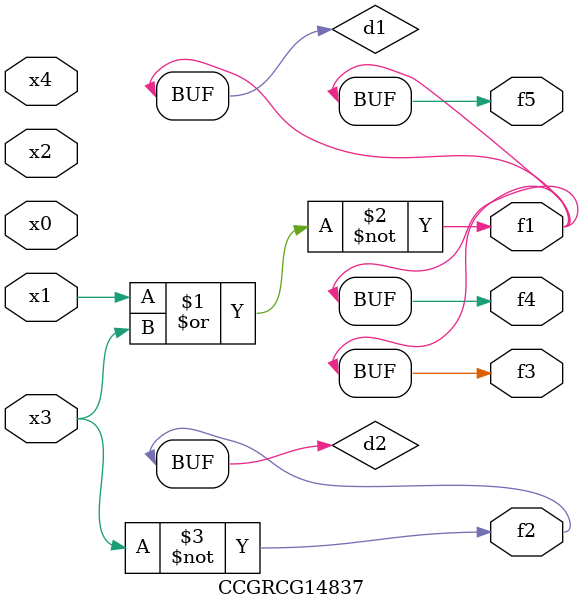
<source format=v>
module CCGRCG14837(
	input x0, x1, x2, x3, x4,
	output f1, f2, f3, f4, f5
);

	wire d1, d2;

	nor (d1, x1, x3);
	not (d2, x3);
	assign f1 = d1;
	assign f2 = d2;
	assign f3 = d1;
	assign f4 = d1;
	assign f5 = d1;
endmodule

</source>
